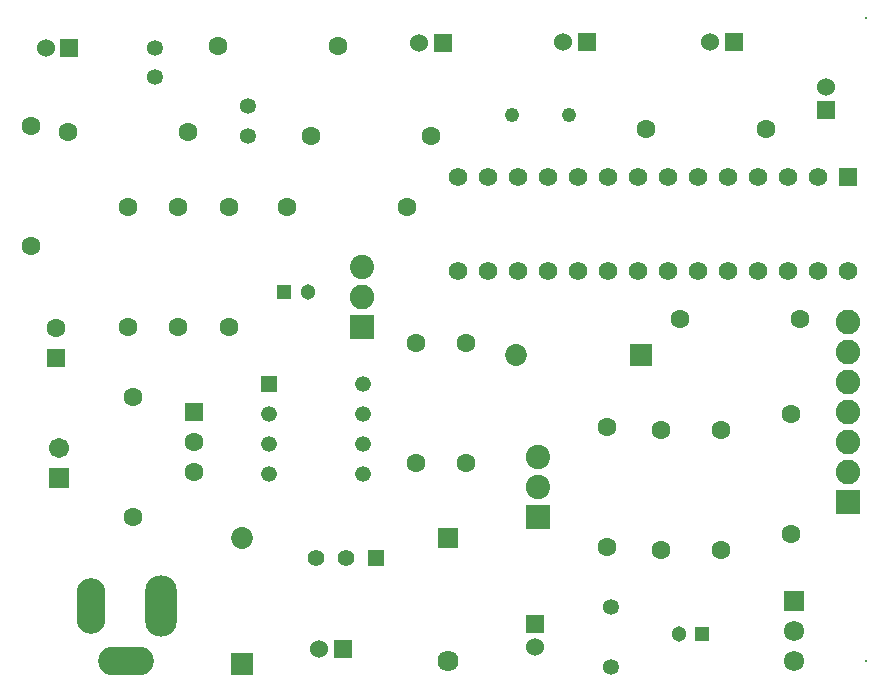
<source format=gts>
G04*
G04 #@! TF.GenerationSoftware,Altium Limited,Altium Designer,23.4.1 (23)*
G04*
G04 Layer_Color=8388736*
%FSLAX25Y25*%
%MOIN*%
G70*
G04*
G04 #@! TF.SameCoordinates,2A0E947D-B6A8-43C5-BC2B-383818F6DAB7*
G04*
G04*
G04 #@! TF.FilePolarity,Negative*
G04*
G01*
G75*
%ADD17C,0.00800*%
%ADD18O,0.10642X0.20485*%
%ADD19O,0.09658X0.18517*%
%ADD20O,0.18517X0.09658*%
%ADD21C,0.06312*%
%ADD22C,0.06000*%
%ADD23R,0.06000X0.06000*%
%ADD24R,0.08123X0.08123*%
%ADD25C,0.08123*%
%ADD26R,0.06147X0.06147*%
%ADD27C,0.06147*%
%ADD28R,0.06000X0.06000*%
%ADD29C,0.05328*%
%ADD30C,0.08200*%
%ADD31R,0.08200X0.08200*%
%ADD32R,0.08083X0.08083*%
%ADD33C,0.08202*%
%ADD34C,0.08083*%
%ADD35C,0.06776*%
%ADD36R,0.06776X0.06776*%
%ADD37R,0.05249X0.05249*%
%ADD38C,0.05249*%
%ADD39C,0.04855*%
%ADD40R,0.05131X0.05131*%
%ADD41C,0.05131*%
%ADD42R,0.06312X0.06312*%
%ADD43C,0.05595*%
%ADD44R,0.05595X0.05595*%
%ADD45C,0.07296*%
%ADD46R,0.07296X0.07296*%
%ADD47R,0.07296X0.07296*%
%ADD48C,0.06737*%
%ADD49R,0.06737X0.06737*%
%ADD50R,0.07060X0.07060*%
%ADD51C,0.07060*%
D17*
X286000Y8000D02*
D03*
Y222500D02*
D03*
D18*
X51122Y26500D02*
D03*
D19*
X27500D02*
D03*
D20*
X39311Y7996D02*
D03*
D21*
X110000Y213000D02*
D03*
X70000D02*
D03*
X136000Y74000D02*
D03*
Y114000D02*
D03*
X237500Y45000D02*
D03*
Y85000D02*
D03*
X252500Y185500D02*
D03*
X212500D02*
D03*
X133000Y159500D02*
D03*
X93000D02*
D03*
X101000Y183000D02*
D03*
X141000D02*
D03*
X261000Y50500D02*
D03*
Y90500D02*
D03*
X20000Y184500D02*
D03*
X60000D02*
D03*
X224000Y122000D02*
D03*
X264000D02*
D03*
X217500Y45000D02*
D03*
Y85000D02*
D03*
X152500Y114000D02*
D03*
Y74000D02*
D03*
X41500Y96000D02*
D03*
Y56000D02*
D03*
X62000Y71157D02*
D03*
Y81000D02*
D03*
X16000Y119000D02*
D03*
X73500Y159500D02*
D03*
Y119500D02*
D03*
X199500Y46000D02*
D03*
Y86000D02*
D03*
X7500Y146500D02*
D03*
Y186500D02*
D03*
X56500Y159500D02*
D03*
Y119500D02*
D03*
X40000D02*
D03*
Y159500D02*
D03*
D22*
X234063Y214500D02*
D03*
X12563Y212500D02*
D03*
X175500Y12563D02*
D03*
X272500Y199437D02*
D03*
X185000Y214500D02*
D03*
X137063Y214000D02*
D03*
X103626Y12000D02*
D03*
D23*
X241937Y214500D02*
D03*
X20437Y212500D02*
D03*
X192874Y214500D02*
D03*
X144937Y214000D02*
D03*
X111500Y12000D02*
D03*
D24*
X176500Y56000D02*
D03*
D25*
Y66000D02*
D03*
Y76000D02*
D03*
D26*
X280000Y169181D02*
D03*
D27*
X270000D02*
D03*
X220000D02*
D03*
X210000D02*
D03*
X260000D02*
D03*
X250000D02*
D03*
X230000D02*
D03*
X240000D02*
D03*
X200000D02*
D03*
X190000D02*
D03*
X180000D02*
D03*
X170000D02*
D03*
X160000D02*
D03*
X150000D02*
D03*
Y138000D02*
D03*
X160000D02*
D03*
X170000D02*
D03*
X180000D02*
D03*
X190000D02*
D03*
X200000D02*
D03*
X210000D02*
D03*
X220000D02*
D03*
X230000D02*
D03*
X240000D02*
D03*
X250000D02*
D03*
X260000D02*
D03*
X270000D02*
D03*
X280000D02*
D03*
D28*
X175500Y20437D02*
D03*
X272500Y191563D02*
D03*
D29*
X201000Y25842D02*
D03*
Y6157D02*
D03*
X80000Y183079D02*
D03*
Y192921D02*
D03*
X49000Y212500D02*
D03*
Y202658D02*
D03*
D30*
X280000Y121000D02*
D03*
Y111000D02*
D03*
Y101000D02*
D03*
Y91000D02*
D03*
Y81000D02*
D03*
Y71000D02*
D03*
D31*
Y61000D02*
D03*
D32*
X118000Y119500D02*
D03*
D33*
Y129500D02*
D03*
D34*
Y139500D02*
D03*
D35*
X262000Y8000D02*
D03*
Y18000D02*
D03*
D36*
Y28000D02*
D03*
D37*
X86870Y100500D02*
D03*
D38*
Y90500D02*
D03*
Y80500D02*
D03*
Y70500D02*
D03*
X118130D02*
D03*
Y80500D02*
D03*
Y90500D02*
D03*
Y100500D02*
D03*
D39*
X187106Y190000D02*
D03*
X167894D02*
D03*
D40*
X231437Y17000D02*
D03*
X92000Y131000D02*
D03*
D41*
X223563Y17000D02*
D03*
X99874Y131000D02*
D03*
D42*
X62000Y90842D02*
D03*
X16000Y109000D02*
D03*
D43*
X102500Y42500D02*
D03*
X112500D02*
D03*
D44*
X122500D02*
D03*
D45*
X169134Y110000D02*
D03*
X78000Y48866D02*
D03*
D46*
X210866Y110000D02*
D03*
D47*
X78000Y7134D02*
D03*
D48*
X17000Y79000D02*
D03*
D49*
Y69000D02*
D03*
D50*
X146500Y48894D02*
D03*
D51*
Y8106D02*
D03*
M02*

</source>
